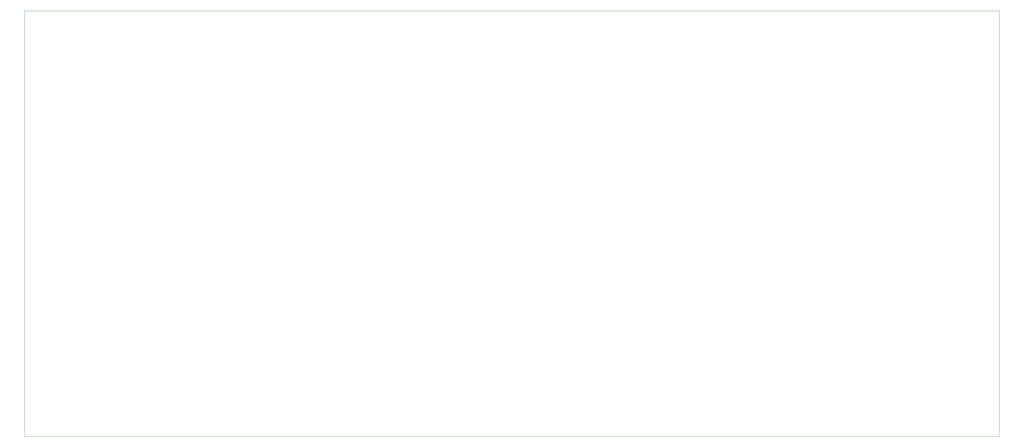
<source format=gm1>
G04 #@! TF.GenerationSoftware,KiCad,Pcbnew,(6.99.0-1603-g82820d4b1c)*
G04 #@! TF.CreationDate,2022-06-17T11:00:43+02:00*
G04 #@! TF.ProjectId,BalthazarKeyboard3-keycaps,42616c74-6861-47a6-9172-4b6579626f61,rev?*
G04 #@! TF.SameCoordinates,Original*
G04 #@! TF.FileFunction,Profile,NP*
%FSLAX46Y46*%
G04 Gerber Fmt 4.6, Leading zero omitted, Abs format (unit mm)*
G04 Created by KiCad (PCBNEW (6.99.0-1603-g82820d4b1c)) date 2022-06-17 11:00:43*
%MOMM*%
%LPD*%
G01*
G04 APERTURE LIST*
G04 #@! TA.AperFunction,Profile*
%ADD10C,0.100000*%
G04 #@! TD*
G04 APERTURE END LIST*
D10*
X295402000Y-45720000D02*
X295402000Y-172720000D01*
X4826000Y-45720000D02*
X295402000Y-45720000D01*
X4826000Y-172720000D02*
X4826000Y-45720000D01*
X295402000Y-172720000D02*
X4826000Y-172720000D01*
M02*

</source>
